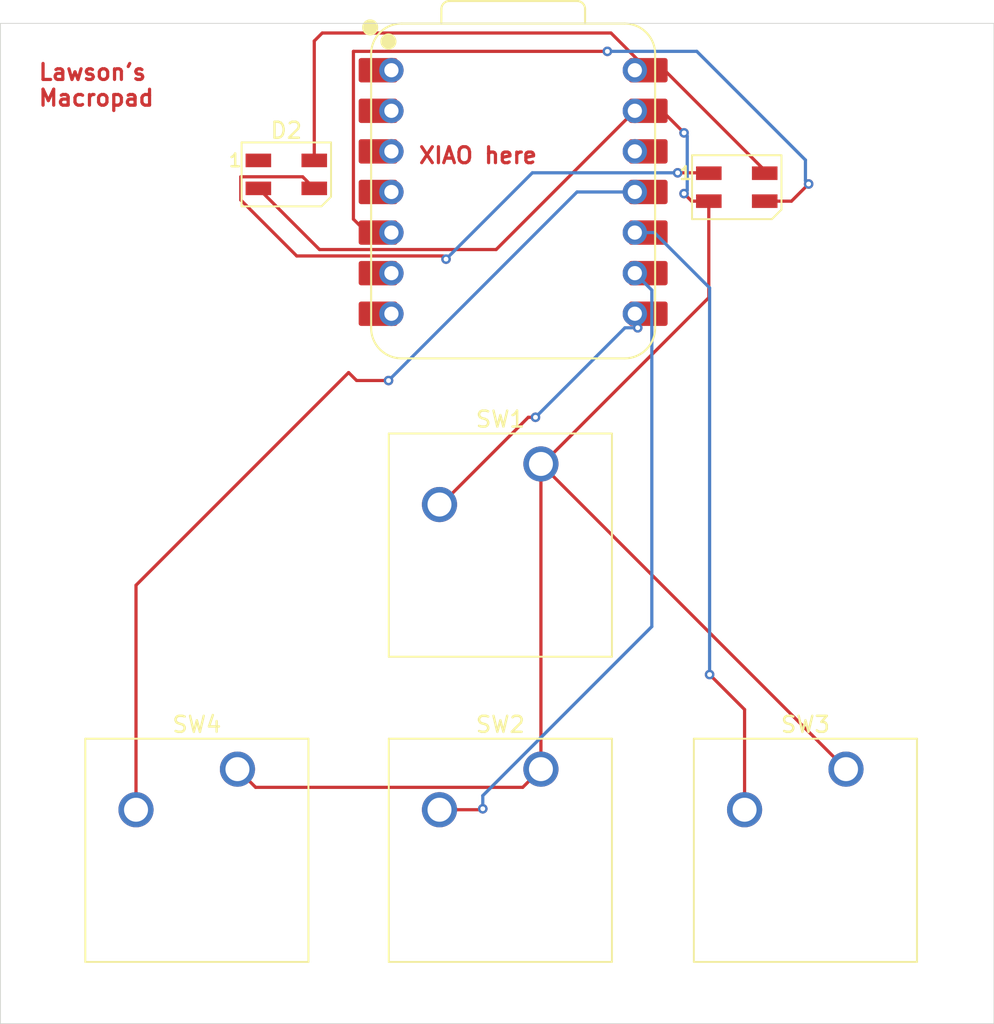
<source format=kicad_pcb>
(kicad_pcb (version 20241229) (generator "pcbnew") (generator_version "9.0")
  (layers (0 "F.Cu" signal) (2 "B.Cu" signal) (13 "F.Paste" user) (15 "B.Paste" user) (5 "F.SilkS" user "F.Silkscreen") (7 "B.SilkS" user "B.Silkscreen") (1 "F.Mask" user) (3 "B.Mask" user) (25 "Edge.Cuts" user))
  (net 0 "")
  (net 1 "Net-(D1-DOUT)")
  (net 2 "+5V")
  (net 3 "GND")
  (net 4 "Net-(D1-DIN)")
  (net 6 "Net-(U1-GPIO1{slash}RX)")
  (net 7 "Net-(U1-GPIO2{slash}SCK)")
  (net 8 "Net-(U1-GPIO4{slash}MISO)")
  (net 9 "Net-(U1-GPIO3{slash}MOSI)")
  (footprint "Button_Switch_Keyboard:SW_Cherry_MX_1.00u_PCB" (layer "F.Cu") (at 181.54 81.82)
    (property "Reference" "SW3" (at -2.54 -2.794 0) (layer "F.SilkS"))
    (property "Value" "SW_Push")
    (fp_line (start -9.525 -1.905) (end 4.445 -1.905) (stroke (width 0.12)) (layer "F.SilkS"))
    (fp_line (start -9.525 12.065) (end -9.525 -1.905) (stroke (width 0.12)) (layer "F.SilkS"))
    (fp_line (start 4.445 -1.905) (end 4.445 12.065) (stroke (width 0.12)) (layer "F.SilkS"))
    (fp_line (start 4.445 12.065) (end -9.525 12.065) (stroke (width 0.12)) (layer "F.SilkS"))
    (pad "" np_thru_hole circle (at -7.62 5.08) (size 1.7 1.7) (drill 1.7) (layers "*.Cu" "*.Mask"))
    (pad "" np_thru_hole circle (at -2.54 5.08) (size 4 4) (drill 4) (layers "*.Cu" "*.Mask"))
    (pad "" np_thru_hole circle (at 2.54 5.08) (size 1.7 1.7) (drill 1.7) (layers "*.Cu" "*.Mask"))
    (pad "1" thru_hole circle (at 0 0) (size 2.2 2.2) (drill 1.5) (layers "*.Cu" "*.Mask") (net 3 "GND"))
    (pad "2" thru_hole circle (at -6.35 2.54) (size 2.2 2.2) (drill 1.5) (layers "*.Cu" "*.Mask") (net 8 "Net-(U1-GPIO4{slash}MISO)"))
  )
  (footprint "Seeed Studio XIAO Series Library:XIAO-RP2040-DIP" (layer "F.Cu") (at 160.7 45.7)
    (property "Reference" "U1" (hide yes))
    (property "Value" "XIAO-RP2040-DIP")
    (fp_line (start -8.89 8.509) (end -8.89 -8.636) (stroke (width 0.127)) (layer "F.SilkS"))
    (fp_line (start -6.985 10.414) (end 6.985 10.414) (stroke (width 0.127)) (layer "F.SilkS"))
    (fp_line (start -4.495 -10.541) (end -4.491272 -11.451272) (stroke (width 0.127)) (layer "F.SilkS"))
    (fp_line (start -3.991272 -11.951) (end 4.004 -11.951) (stroke (width 0.127)) (layer "F.SilkS"))
    (fp_line (start 4.504 -11.451) (end 4.504 -10.541) (stroke (width 0.127)) (layer "F.SilkS"))
    (fp_line (start 6.985 -10.541) (end -6.985 -10.541) (stroke (width 0.1)) (layer "F.SilkS"))
    (fp_line (start 6.985 -10.541) (end -6.985 -10.541) (stroke (width 0.127)) (layer "F.SilkS"))
    (fp_line (start 8.89 8.509) (end 8.89 -8.636) (stroke (width 0.127)) (layer "F.SilkS"))
    (fp_arc (start -8.89 -8.636) (mid -8.332038 -9.983038) (end -6.985 -10.541) (stroke (width 0.127)) (layer "F.SilkS"))
    (fp_arc (start -6.985 10.414) (mid -8.332038 9.856038) (end -8.89 8.509) (stroke (width 0.127)) (layer "F.SilkS"))
    (fp_arc (start -4.491272 -11.451272) (mid -4.344728 -11.80464) (end -3.991272 -11.951) (stroke (width 0.127)) (layer "F.SilkS"))
    (fp_arc (start 4.004 -11.951) (mid 4.357553 -11.804553) (end 4.504 -11.451) (stroke (width 0.127)) (layer "F.SilkS"))
    (fp_arc (start 6.985 -10.541) (mid 8.332038 -9.983038) (end 8.89 -8.636) (stroke (width 0.127)) (layer "F.SilkS"))
    (fp_arc (start 8.89 8.509) (mid 8.332038 9.856038) (end 6.985 10.414) (stroke (width 0.127)) (layer "F.SilkS"))
    (fp_circle (center -8.95 -10.3) (end -8.95 -10.554) (stroke (width 0.5)) (fill yes) (layer "F.SilkS"))
    (fp_circle (center -7.807 -9.42) (end -7.807 -9.674) (stroke (width 0.5)) (fill yes) (layer "F.SilkS"))
    (pad "1" smd roundrect (at -8.455 -7.62 180) (size 2.432 1.524) (layers "F.Cu" "F.Mask") (roundrect_rratio 0.1))
    (pad "1" thru_hole circle (at -7.62 -7.62 180) (size 1.524 1.524) (drill 0.889) (layers "*.Cu" "*.Mask"))
    (pad "2" smd roundrect (at -8.455 -5.08 180) (size 2.432 1.524) (layers "F.Cu" "F.Mask") (roundrect_rratio 0.1))
    (pad "2" thru_hole circle (at -7.62 -5.08 180) (size 1.524 1.524) (drill 0.889) (layers "*.Cu" "*.Mask"))
    (pad "3" smd roundrect (at -8.455 -2.54 180) (size 2.432 1.524) (layers "F.Cu" "F.Mask") (roundrect_rratio 0.1))
    (pad "3" thru_hole circle (at -7.62 -2.54 180) (size 1.524 1.524) (drill 0.889) (layers "*.Cu" "*.Mask"))
    (pad "4" smd roundrect (at -8.455 0 180) (size 2.432 1.524) (layers "F.Cu" "F.Mask") (roundrect_rratio 0.1))
    (pad "4" thru_hole circle (at -7.62 0 180) (size 1.524 1.524) (drill 0.889) (layers "*.Cu" "*.Mask"))
    (pad "5" smd roundrect (at -8.455 2.54 180) (size 2.432 1.524) (layers "F.Cu" "F.Mask") (roundrect_rratio 0.1) (net 4 "Net-(D1-DIN)"))
    (pad "5" thru_hole circle (at -7.62 2.54 180) (size 1.524 1.524) (drill 0.889) (layers "*.Cu" "*.Mask") (net 4 "Net-(D1-DIN)"))
    (pad "6" smd roundrect (at -8.455 5.08 180) (size 2.432 1.524) (layers "F.Cu" "F.Mask") (roundrect_rratio 0.1))
    (pad "6" thru_hole circle (at -7.62 5.08 180) (size 1.524 1.524) (drill 0.889) (layers "*.Cu" "*.Mask"))
    (pad "7" smd roundrect (at -8.455 7.62 180) (size 2.432 1.524) (layers "F.Cu" "F.Mask") (roundrect_rratio 0.1))
    (pad "7" thru_hole circle (at -7.62 7.62 180) (size 1.524 1.524) (drill 0.889) (layers "*.Cu" "*.Mask"))
    (pad "8" thru_hole circle (at 7.62 7.62) (size 1.524 1.524) (drill 0.889) (layers "*.Cu" "*.Mask") (net 6 "Net-(U1-GPIO1{slash}RX)"))
    (pad "8" smd roundrect (at 8.455 7.62) (size 2.432 1.524) (layers "F.Cu" "F.Mask") (roundrect_rratio 0.1) (net 6 "Net-(U1-GPIO1{slash}RX)"))
    (pad "9" thru_hole circle (at 7.62 5.08) (size 1.524 1.524) (drill 0.889) (layers "*.Cu" "*.Mask") (net 7 "Net-(U1-GPIO2{slash}SCK)"))
    (pad "9" smd roundrect (at 8.455 5.08) (size 2.432 1.524) (layers "F.Cu" "F.Mask") (roundrect_rratio 0.1) (net 7 "Net-(U1-GPIO2{slash}SCK)"))
    (pad "10" thru_hole circle (at 7.62 2.54) (size 1.524 1.524) (drill 0.889) (layers "*.Cu" "*.Mask") (net 8 "Net-(U1-GPIO4{slash}MISO)"))
    (pad "10" smd roundrect (at 8.455 2.54) (size 2.432 1.524) (layers "F.Cu" "F.Mask") (roundrect_rratio 0.1) (net 8 "Net-(U1-GPIO4{slash}MISO)"))
    (pad "11" thru_hole circle (at 7.62 0) (size 1.524 1.524) (drill 0.889) (layers "*.Cu" "*.Mask") (net 9 "Net-(U1-GPIO3{slash}MOSI)"))
    (pad "11" smd roundrect (at 8.455 0) (size 2.432 1.524) (layers "F.Cu" "F.Mask") (roundrect_rratio 0.1) (net 9 "Net-(U1-GPIO3{slash}MOSI)"))
    (pad "12" thru_hole circle (at 7.62 -2.54) (size 1.524 1.524) (drill 0.889) (layers "*.Cu" "*.Mask"))
    (pad "12" smd roundrect (at 8.455 -2.54) (size 2.432 1.524) (layers "F.Cu" "F.Mask") (roundrect_rratio 0.1))
    (pad "13" thru_hole circle (at 7.62 -5.08) (size 1.524 1.524) (drill 0.889) (layers "*.Cu" "*.Mask") (net 3 "GND"))
    (pad "13" smd roundrect (at 8.455 -5.08) (size 2.432 1.524) (layers "F.Cu" "F.Mask") (roundrect_rratio 0.1) (net 3 "GND"))
    (pad "14" thru_hole circle (at 7.62 -7.62) (size 1.524 1.524) (drill 0.889) (layers "*.Cu" "*.Mask") (net 2 "+5V"))
    (pad "14" smd roundrect (at 8.455 -7.62) (size 2.432 1.524) (layers "F.Cu" "F.Mask") (roundrect_rratio 0.1) (net 2 "+5V"))
  )
  (footprint "Button_Switch_Keyboard:SW_Cherry_MX_1.00u_PCB" (layer "F.Cu") (at 162.44 81.82)
    (property "Reference" "SW2" (at -2.54 -2.794 0) (layer "F.SilkS"))
    (property "Value" "SW_Push")
    (fp_line (start -9.525 -1.905) (end 4.445 -1.905) (stroke (width 0.12)) (layer "F.SilkS"))
    (fp_line (start -9.525 12.065) (end -9.525 -1.905) (stroke (width 0.12)) (layer "F.SilkS"))
    (fp_line (start 4.445 -1.905) (end 4.445 12.065) (stroke (width 0.12)) (layer "F.SilkS"))
    (fp_line (start 4.445 12.065) (end -9.525 12.065) (stroke (width 0.12)) (layer "F.SilkS"))
    (pad "" np_thru_hole circle (at -7.62 5.08) (size 1.7 1.7) (drill 1.7) (layers "*.Cu" "*.Mask"))
    (pad "" np_thru_hole circle (at -2.54 5.08) (size 4 4) (drill 4) (layers "*.Cu" "*.Mask"))
    (pad "" np_thru_hole circle (at 2.54 5.08) (size 1.7 1.7) (drill 1.7) (layers "*.Cu" "*.Mask"))
    (pad "1" thru_hole circle (at 0 0) (size 2.2 2.2) (drill 1.5) (layers "*.Cu" "*.Mask") (net 3 "GND"))
    (pad "2" thru_hole circle (at -6.35 2.54) (size 2.2 2.2) (drill 1.5) (layers "*.Cu" "*.Mask") (net 7 "Net-(U1-GPIO2{slash}SCK)"))
  )
  (footprint "Button_Switch_Keyboard:SW_Cherry_MX_1.00u_PCB" (layer "F.Cu") (at 143.44 81.82)
    (property "Reference" "SW4" (at -2.54 -2.794 0) (layer "F.SilkS"))
    (property "Value" "SW_Push")
    (fp_line (start -9.525 -1.905) (end 4.445 -1.905) (stroke (width 0.12)) (layer "F.SilkS"))
    (fp_line (start -9.525 12.065) (end -9.525 -1.905) (stroke (width 0.12)) (layer "F.SilkS"))
    (fp_line (start 4.445 -1.905) (end 4.445 12.065) (stroke (width 0.12)) (layer "F.SilkS"))
    (fp_line (start 4.445 12.065) (end -9.525 12.065) (stroke (width 0.12)) (layer "F.SilkS"))
    (pad "" np_thru_hole circle (at -7.62 5.08) (size 1.7 1.7) (drill 1.7) (layers "*.Cu" "*.Mask"))
    (pad "" np_thru_hole circle (at -2.54 5.08) (size 4 4) (drill 4) (layers "*.Cu" "*.Mask"))
    (pad "" np_thru_hole circle (at 2.54 5.08) (size 1.7 1.7) (drill 1.7) (layers "*.Cu" "*.Mask"))
    (pad "1" thru_hole circle (at 0 0) (size 2.2 2.2) (drill 1.5) (layers "*.Cu" "*.Mask") (net 3 "GND"))
    (pad "2" thru_hole circle (at -6.35 2.54) (size 2.2 2.2) (drill 1.5) (layers "*.Cu" "*.Mask") (net 9 "Net-(U1-GPIO3{slash}MOSI)"))
  )
  (footprint "LED_SMD:LED_SK6812MINI_PLCC4_3.5x3.5mm_P1.75mm" (layer "F.Cu") (at 146.5 44.6)
    (property "Reference" "D2" (at 0 -2.75 0) (layer "F.SilkS"))
    (property "Value" "SK6812")
    (fp_line (start -2.8 -2) (end -2.8 2) (stroke (width 0.12)) (layer "F.SilkS"))
    (fp_line (start -2.8 -2) (end 2.8 -2) (stroke (width 0.12)) (layer "F.SilkS"))
    (fp_line (start -2.8 2) (end 2.2 2) (stroke (width 0.12)) (layer "F.SilkS"))
    (fp_line (start 2.8 1.4) (end 2.2 2) (stroke (width 0.12)) (layer "F.SilkS"))
    (fp_line (start 2.8 1.4) (end 2.8 -2) (stroke (width 0.12)) (layer "F.SilkS"))
    (fp_text user "1" (at -3.2 -0.875 0) (layer "F.SilkS") (effects (font (size 0.8 0.8))))
    (pad "1" smd rect (at -1.75 -0.875) (size 1.6 0.85) (layers "F.Cu" "F.Mask" "F.Paste"))
    (pad "2" smd rect (at -1.75 0.875) (size 1.6 0.85) (layers "F.Cu" "F.Mask" "F.Paste") (net 3 "GND"))
    (pad "3" smd rect (at 1.75 0.875) (size 1.6 0.85) (layers "F.Cu" "F.Mask" "F.Paste") (net 1 "Net-(D1-DOUT)"))
    (pad "4" smd rect (at 1.75 -0.875) (size 1.6 0.85) (layers "F.Cu" "F.Mask" "F.Paste") (net 2 "+5V"))
  )
  (footprint "Button_Switch_Keyboard:SW_Cherry_MX_1.00u_PCB" (layer "F.Cu") (at 162.44 62.72)
    (property "Reference" "SW1" (at -2.54 -2.794 0) (layer "F.SilkS"))
    (property "Value" "SW_Push")
    (fp_line (start -9.525 -1.905) (end 4.445 -1.905) (stroke (width 0.12)) (layer "F.SilkS"))
    (fp_line (start -9.525 12.065) (end -9.525 -1.905) (stroke (width 0.12)) (layer "F.SilkS"))
    (fp_line (start 4.445 -1.905) (end 4.445 12.065) (stroke (width 0.12)) (layer "F.SilkS"))
    (fp_line (start 4.445 12.065) (end -9.525 12.065) (stroke (width 0.12)) (layer "F.SilkS"))
    (pad "" np_thru_hole circle (at -7.62 5.08) (size 1.7 1.7) (drill 1.7) (layers "*.Cu" "*.Mask"))
    (pad "" np_thru_hole circle (at -2.54 5.08) (size 4 4) (drill 4) (layers "*.Cu" "*.Mask"))
    (pad "" np_thru_hole circle (at 2.54 5.08) (size 1.7 1.7) (drill 1.7) (layers "*.Cu" "*.Mask"))
    (pad "1" thru_hole circle (at 0 0) (size 2.2 2.2) (drill 1.5) (layers "*.Cu" "*.Mask") (net 3 "GND"))
    (pad "2" thru_hole circle (at -6.35 2.54) (size 2.2 2.2) (drill 1.5) (layers "*.Cu" "*.Mask") (net 6 "Net-(U1-GPIO1{slash}RX)"))
  )
  (footprint "LED_SMD:LED_SK6812MINI_PLCC4_3.5x3.5mm_P1.75mm" (layer "F.Cu") (at 174.7 45.4)
    (property "Reference" "D1" (hide yes))
    (property "Value" "SK6812MINI")
    (fp_line (start -2.8 -2) (end -2.8 2) (stroke (width 0.12)) (layer "F.SilkS"))
    (fp_line (start -2.8 -2) (end 2.8 -2) (stroke (width 0.12)) (layer "F.SilkS"))
    (fp_line (start -2.8 2) (end 2.2 2) (stroke (width 0.12)) (layer "F.SilkS"))
    (fp_line (start 2.8 1.4) (end 2.2 2) (stroke (width 0.12)) (layer "F.SilkS"))
    (fp_line (start 2.8 1.4) (end 2.8 -2) (stroke (width 0.12)) (layer "F.SilkS"))
    (fp_text user "1" (at -3.2 -0.875 0) (layer "F.SilkS") (effects (font (size 0.8 0.8))))
    (pad "1" smd rect (at -1.75 -0.875) (size 1.6 0.85) (layers "F.Cu" "F.Mask" "F.Paste") (net 1 "Net-(D1-DOUT)"))
    (pad "2" smd rect (at -1.75 0.875) (size 1.6 0.85) (layers "F.Cu" "F.Mask" "F.Paste") (net 3 "GND"))
    (pad "3" smd rect (at 1.75 0.875) (size 1.6 0.85) (layers "F.Cu" "F.Mask" "F.Paste") (net 4 "Net-(D1-DIN)"))
    (pad "4" smd rect (at 1.75 -0.875) (size 1.6 0.85) (layers "F.Cu" "F.Mask" "F.Paste") (net 2 "+5V"))
  )
  (gr_rect (start 128.6 35.15) (end 190.8 97.75) (stroke (width 0.05)) (fill no) (layer "Edge.Cuts"))
  (gr_text "XIAO here" (at 154.7 44 0) (layer "F.Cu") (effects (font (size 1 1) (thickness 0.2) (bold yes)) (justify left bottom)))
  (gr_text "Lawson's \nMacropad\n" (at 130.9 40.4 0) (layer "F.Cu") (effects (font (size 1 1) (thickness 0.2) (bold yes)) (justify left bottom)))
  (segment (start 172.925 44.5) (end 172.95 44.525) (width 0.2) (layer "F.Cu") (net 1))
  (segment (start 171 44.5) (end 172.925 44.5) (width 0.2) (layer "F.Cu") (net 1))
  (segment (start 147.524 44.749) (end 143.649 44.749) (width 0.2) (layer "F.Cu") (net 1))
  (segment (start 148.25 45.475) (end 147.524 44.749) (width 0.2) (layer "F.Cu") (net 1))
  (segment (start 143.649 44.749) (end 143.649 46.201) (width 0.2) (layer "F.Cu") (net 1))
  (segment (start 147.152 49.704) (end 156.301 49.704) (width 0.2) (layer "F.Cu") (net 1))
  (segment (start 143.649 46.201) (end 147.152 49.704) (width 0.2) (layer "F.Cu") (net 1))
  (segment (start 156.301 49.704) (end 156.5 49.903) (width 0.2) (layer "F.Cu") (net 1))
  (via (at 171 44.5) (size 0.6) (drill 0.3) (layers "F.Cu" "B.Cu") (net 1))
  (via (at 156.5 49.903) (size 0.6) (drill 0.3) (layers "F.Cu" "B.Cu") (net 1))
  (segment (start 161.903 44.5) (end 171 44.5) (width 0.2) (layer "B.Cu") (net 1))
  (segment (start 156.5 49.903) (end 161.903 44.5) (width 0.2) (layer "B.Cu") (net 1))
  (segment (start 166.826 35.751) (end 169.155 38.08) (width 0.2) (layer "F.Cu") (net 2))
  (segment (start 176.45 44.525) (end 176.45 44.35) (width 0.2) (layer "F.Cu") (net 2))
  (segment (start 148.25 43.725) (end 148.25 36.25) (width 0.2) (layer "F.Cu") (net 2))
  (segment (start 176.45 44.35) (end 170.18 38.08) (width 0.2) (layer "F.Cu") (net 2))
  (segment (start 170.18 38.08) (end 169.155 38.08) (width 0.2) (layer "F.Cu") (net 2))
  (segment (start 148.749 35.751) (end 166.826 35.751) (width 0.2) (layer "F.Cu") (net 2))
  (segment (start 148.25 36.25) (end 148.749 35.751) (width 0.2) (layer "F.Cu") (net 2))
  (segment (start 170.005 38.08) (end 168.32 38.08) (width 0.2) (layer "F.Cu") (net 2))
  (segment (start 144.75 45.475) (end 148.578 49.303) (width 0.2) (layer "F.Cu") (net 3))
  (segment (start 172.95 46.275) (end 172.95 52.31) (width 0.2) (layer "F.Cu") (net 3))
  (segment (start 148.578 49.303) (end 159.637 49.303) (width 0.2) (layer "F.Cu") (net 3))
  (segment (start 172.95 46.275) (end 171.875 46.275) (width 0.2) (layer "F.Cu") (net 3))
  (segment (start 171.4 42) (end 170.02 40.62) (width 0.2) (layer "F.Cu") (net 3))
  (segment (start 170.02 40.62) (end 168.32 40.62) (width 0.2) (layer "F.Cu") (net 3))
  (segment (start 171.875 46.275) (end 171.4 45.8) (width 0.2) (layer "F.Cu") (net 3))
  (segment (start 144.579 82.959) (end 143.44 81.82) (width 0.2) (layer "F.Cu") (net 3))
  (segment (start 162.44 81.82) (end 161.301 82.959) (width 0.2) (layer "F.Cu") (net 3))
  (segment (start 162.44 81.82) (end 162.44 62.82) (width 0.2) (layer "F.Cu") (net 3))
  (segment (start 159.637 49.303) (end 168.32 40.62) (width 0.2) (layer "F.Cu") (net 3))
  (segment (start 172.95 52.31) (end 162.44 62.82) (width 0.2) (layer "F.Cu") (net 3))
  (segment (start 161.301 82.959) (end 144.579 82.959) (width 0.2) (layer "F.Cu") (net 3))
  (segment (start 162.44 62.72) (end 181.54 81.82) (width 0.2) (layer "F.Cu") (net 3))
  (via (at 171.4 45.8) (size 0.6) (drill 0.3) (layers "F.Cu" "B.Cu") (net 3))
  (via (at 171.4 42) (size 0.6) (drill 0.3) (layers "F.Cu" "B.Cu") (net 3))
  (segment (start 171.4 45.8) (end 171.6 45.6) (width 0.2) (layer "B.Cu") (net 3))
  (segment (start 171.6 45.6) (end 171.6 42.2) (width 0.2) (layer "B.Cu") (net 3))
  (segment (start 171.6 42.2) (end 171.4 42) (width 0.2) (layer "B.Cu") (net 3))
  (segment (start 178.125 46.275) (end 176.45 46.275) (width 0.2) (layer "F.Cu") (net 4))
  (segment (start 150.7 47.4) (end 150.7 36.9) (width 0.2) (layer "F.Cu") (net 4))
  (segment (start 150.7 36.9) (end 166.6 36.9) (width 0.2) (layer "F.Cu") (net 4))
  (segment (start 153.08 48.24) (end 151.54 48.24) (width 0.2) (layer "F.Cu") (net 4))
  (segment (start 179.2 45.2) (end 178.125 46.275) (width 0.2) (layer "F.Cu") (net 4))
  (segment (start 151.54 48.24) (end 150.7 47.4) (width 0.2) (layer "F.Cu") (net 4))
  (via (at 166.6 36.9) (size 0.6) (drill 0.3) (layers "F.Cu" "B.Cu") (net 4))
  (via (at 179.2 45.2) (size 0.6) (drill 0.3) (layers "F.Cu" "B.Cu") (net 4))
  (segment (start 166.6 36.9) (end 172.2 36.9) (width 0.2) (layer "B.Cu") (net 4))
  (segment (start 179 45) (end 179.2 45.2) (width 0.2) (layer "B.Cu") (net 4))
  (segment (start 179 43.7) (end 179 45) (width 0.2) (layer "B.Cu") (net 4))
  (segment (start 172.2 36.9) (end 179 43.7) (width 0.2) (layer "B.Cu") (net 4))
  (segment (start 168.933626 53.32) (end 168.32 53.32) (width 0.2) (layer "F.Cu") (net 6))
  (segment (start 156.09 65.36) (end 161.65 59.8) (width 0.2) (layer "F.Cu") (net 6))
  (segment (start 161.65 59.8) (end 162.1 59.8) (width 0.2) (layer "F.Cu") (net 6))
  (via (at 162.1 59.8) (size 0.6) (drill 0.3) (layers "F.Cu" "B.Cu") (net 6))
  (via (at 168.5 54.2) (size 0.6) (drill 0.3) (layers "F.Cu" "B.Cu") (net 6))
  (segment (start 167.7 54.2) (end 168.5 54.2) (width 0.2) (layer "B.Cu") (net 6))
  (segment (start 162.1 59.8) (end 167.7 54.2) (width 0.2) (layer "B.Cu") (net 6))
  (segment (start 156.09 84.36) (end 158.74 84.36) (width 0.2) (layer "F.Cu") (net 7))
  (segment (start 156.09 84.36) (end 155.9 84.17) (width 0.2) (layer "F.Cu") (net 7))
  (segment (start 158.74 84.36) (end 158.8 84.3) (width 0.2) (layer "F.Cu") (net 7))
  (via (at 158.8 84.3) (size 0.6) (drill 0.3) (layers "F.Cu" "B.Cu") (net 7))
  (segment (start 169.383 51.843) (end 168.32 50.78) (width 0.2) (layer "B.Cu") (net 7))
  (segment (start 158.8 84.3) (end 158.8 83.478686) (width 0.2) (layer "B.Cu") (net 7))
  (segment (start 158.8 83.478686) (end 169.383 72.895686) (width 0.2) (layer "B.Cu") (net 7))
  (segment (start 169.383 72.895686) (end 169.383 51.843) (width 0.2) (layer "B.Cu") (net 7))
  (segment (start 175.19 78.09) (end 173 75.9) (width 0.2) (layer "F.Cu") (net 8))
  (segment (start 175.19 84.36) (end 175.19 78.09) (width 0.2) (layer "F.Cu") (net 8))
  (via (at 173 75.9) (size 0.6) (drill 0.3) (layers "F.Cu" "B.Cu") (net 8))
  (segment (start 173 75.9) (end 173 51.7) (width 0.2) (layer "B.Cu") (net 8))
  (segment (start 169.54 48.24) (end 168.32 48.24) (width 0.2) (layer "B.Cu") (net 8))
  (segment (start 173 51.7) (end 169.54 48.24) (width 0.2) (layer "B.Cu") (net 8))
  (segment (start 137.09 84.36) (end 137.09 70.31) (width 0.2) (layer "F.Cu") (net 9))
  (segment (start 150.4 57) (end 150.9 57.5) (width 0.2) (layer "F.Cu") (net 9))
  (segment (start 137.09 70.31) (end 150.4 57) (width 0.2) (layer "F.Cu") (net 9))
  (segment (start 150.9 57.5) (end 152.9 57.5) (width 0.2) (layer "F.Cu") (net 9))
  (via (at 152.9 57.5) (size 0.6) (drill 0.3) (layers "F.Cu" "B.Cu") (net 9))
  (segment (start 164.7 45.7) (end 168.32 45.7) (width 0.2) (layer "B.Cu") (net 9))
  (segment (start 152.9 57.5) (end 164.7 45.7) (width 0.2) (layer "B.Cu") (net 9))
)
</source>
